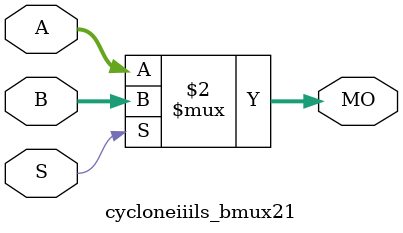
<source format=v>
module cycloneiiils_bmux21 (MO, A, B, S);
   input [15:0] A, B;
   input 	S;
   output [15:0] MO; 
   assign MO = (S == 1) ? B : A; 
endmodule
</source>
